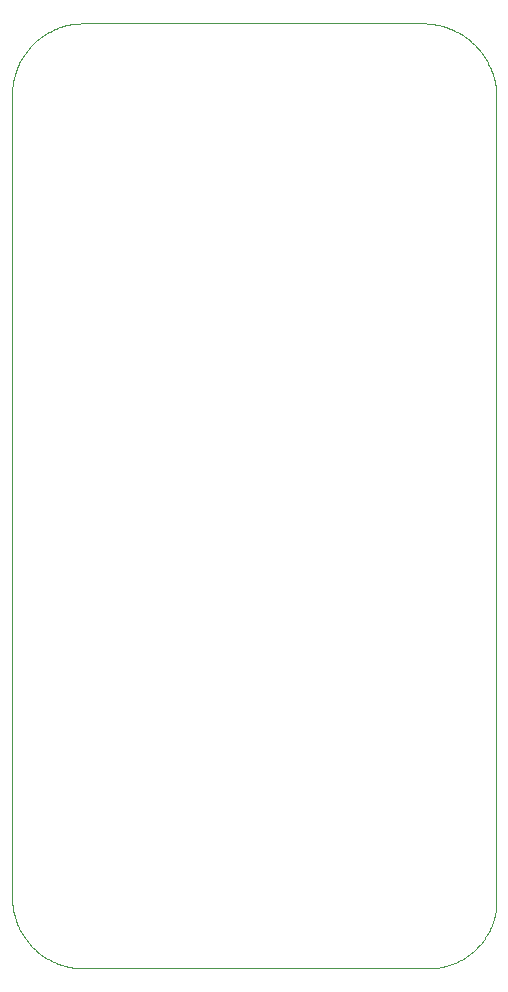
<source format=gbp>
G75*
%MOIN*%
%OFA0B0*%
%FSLAX25Y25*%
%IPPOS*%
%LPD*%
%AMOC8*
5,1,8,0,0,1.08239X$1,22.5*
%
%ADD10C,0.00000*%
D10*
X0001500Y0025122D02*
X0001500Y0292839D01*
X0001507Y0293410D01*
X0001528Y0293980D01*
X0001562Y0294550D01*
X0001610Y0295119D01*
X0001672Y0295686D01*
X0001748Y0296252D01*
X0001837Y0296816D01*
X0001940Y0297377D01*
X0002057Y0297936D01*
X0002186Y0298492D01*
X0002330Y0299045D01*
X0002486Y0299594D01*
X0002656Y0300139D01*
X0002839Y0300679D01*
X0003035Y0301215D01*
X0003244Y0301747D01*
X0003466Y0302273D01*
X0003700Y0302793D01*
X0003947Y0303308D01*
X0004206Y0303817D01*
X0004477Y0304319D01*
X0004761Y0304814D01*
X0005056Y0305303D01*
X0005363Y0305784D01*
X0005681Y0306258D01*
X0006011Y0306724D01*
X0006352Y0307181D01*
X0006705Y0307631D01*
X0007067Y0308071D01*
X0007441Y0308503D01*
X0007824Y0308926D01*
X0008218Y0309339D01*
X0008622Y0309743D01*
X0009035Y0310137D01*
X0009458Y0310520D01*
X0009890Y0310894D01*
X0010330Y0311256D01*
X0010780Y0311609D01*
X0011237Y0311950D01*
X0011703Y0312280D01*
X0012177Y0312598D01*
X0012658Y0312905D01*
X0013147Y0313200D01*
X0013642Y0313484D01*
X0014144Y0313755D01*
X0014653Y0314014D01*
X0015168Y0314261D01*
X0015688Y0314495D01*
X0016214Y0314717D01*
X0016746Y0314926D01*
X0017282Y0315122D01*
X0017822Y0315305D01*
X0018367Y0315475D01*
X0018916Y0315631D01*
X0019469Y0315775D01*
X0020025Y0315904D01*
X0020584Y0316021D01*
X0021145Y0316124D01*
X0021709Y0316213D01*
X0022275Y0316289D01*
X0022842Y0316351D01*
X0023411Y0316399D01*
X0023981Y0316433D01*
X0024551Y0316454D01*
X0025122Y0316461D01*
X0139295Y0316461D01*
X0139295Y0316460D02*
X0139890Y0316429D01*
X0140483Y0316384D01*
X0141075Y0316324D01*
X0141666Y0316250D01*
X0142254Y0316162D01*
X0142840Y0316060D01*
X0143424Y0315943D01*
X0144004Y0315813D01*
X0144582Y0315668D01*
X0145155Y0315510D01*
X0145725Y0315337D01*
X0146290Y0315151D01*
X0146851Y0314952D01*
X0147406Y0314739D01*
X0147957Y0314512D01*
X0148502Y0314273D01*
X0149040Y0314020D01*
X0149573Y0313754D01*
X0150099Y0313476D01*
X0150618Y0313184D01*
X0151129Y0312881D01*
X0151634Y0312565D01*
X0152130Y0312237D01*
X0152619Y0311897D01*
X0153099Y0311545D01*
X0153571Y0311182D01*
X0154033Y0310808D01*
X0154487Y0310423D01*
X0154930Y0310026D01*
X0155365Y0309619D01*
X0155789Y0309202D01*
X0156203Y0308775D01*
X0156607Y0308337D01*
X0157000Y0307891D01*
X0157382Y0307434D01*
X0157753Y0306969D01*
X0158112Y0306495D01*
X0158460Y0306012D01*
X0158796Y0305521D01*
X0159121Y0305022D01*
X0159433Y0304515D01*
X0159733Y0304001D01*
X0160020Y0303480D01*
X0160294Y0302952D01*
X0160556Y0302418D01*
X0160805Y0301877D01*
X0161041Y0301331D01*
X0161263Y0300779D01*
X0161472Y0300221D01*
X0161667Y0299659D01*
X0161849Y0299093D01*
X0162017Y0298522D01*
X0162171Y0297947D01*
X0162312Y0297369D01*
X0162438Y0296787D01*
X0162550Y0296203D01*
X0162648Y0295616D01*
X0162732Y0295026D01*
X0162801Y0294435D01*
X0162857Y0293843D01*
X0162897Y0293249D01*
X0162924Y0292655D01*
X0162936Y0292060D01*
X0162934Y0291465D01*
X0162917Y0290870D01*
X0162917Y0023154D01*
X0162918Y0023154D02*
X0162887Y0022607D01*
X0162844Y0022061D01*
X0162787Y0021517D01*
X0162717Y0020974D01*
X0162634Y0020432D01*
X0162538Y0019893D01*
X0162429Y0019357D01*
X0162307Y0018823D01*
X0162172Y0018292D01*
X0162024Y0017765D01*
X0161864Y0017241D01*
X0161691Y0016722D01*
X0161506Y0016207D01*
X0161308Y0015696D01*
X0161098Y0015190D01*
X0160875Y0014690D01*
X0160641Y0014195D01*
X0160395Y0013706D01*
X0160137Y0013223D01*
X0159867Y0012746D01*
X0159586Y0012276D01*
X0159294Y0011813D01*
X0158991Y0011357D01*
X0158676Y0010909D01*
X0158351Y0010468D01*
X0158016Y0010036D01*
X0157670Y0009611D01*
X0157314Y0009195D01*
X0156948Y0008788D01*
X0156572Y0008390D01*
X0156187Y0008001D01*
X0155792Y0007621D01*
X0155388Y0007251D01*
X0154976Y0006891D01*
X0154555Y0006541D01*
X0154125Y0006201D01*
X0153688Y0005872D01*
X0153243Y0005553D01*
X0152790Y0005245D01*
X0152330Y0004948D01*
X0151862Y0004663D01*
X0151388Y0004389D01*
X0150908Y0004126D01*
X0150421Y0003875D01*
X0149929Y0003636D01*
X0149430Y0003409D01*
X0148927Y0003194D01*
X0148418Y0002991D01*
X0147905Y0002800D01*
X0147387Y0002622D01*
X0146865Y0002457D01*
X0146339Y0002304D01*
X0145810Y0002164D01*
X0145277Y0002037D01*
X0144742Y0001923D01*
X0144204Y0001821D01*
X0143663Y0001733D01*
X0143121Y0001658D01*
X0142577Y0001596D01*
X0142032Y0001547D01*
X0141485Y0001511D01*
X0140938Y0001489D01*
X0140391Y0001479D01*
X0139843Y0001483D01*
X0139296Y0001500D01*
X0139295Y0001500D02*
X0025122Y0001500D01*
X0024551Y0001507D01*
X0023981Y0001528D01*
X0023411Y0001562D01*
X0022842Y0001610D01*
X0022275Y0001672D01*
X0021709Y0001748D01*
X0021145Y0001837D01*
X0020584Y0001940D01*
X0020025Y0002057D01*
X0019469Y0002186D01*
X0018916Y0002330D01*
X0018367Y0002486D01*
X0017822Y0002656D01*
X0017282Y0002839D01*
X0016746Y0003035D01*
X0016214Y0003244D01*
X0015688Y0003466D01*
X0015168Y0003700D01*
X0014653Y0003947D01*
X0014144Y0004206D01*
X0013642Y0004477D01*
X0013147Y0004761D01*
X0012658Y0005056D01*
X0012177Y0005363D01*
X0011703Y0005681D01*
X0011237Y0006011D01*
X0010780Y0006352D01*
X0010330Y0006705D01*
X0009890Y0007067D01*
X0009458Y0007441D01*
X0009035Y0007824D01*
X0008622Y0008218D01*
X0008218Y0008622D01*
X0007824Y0009035D01*
X0007441Y0009458D01*
X0007067Y0009890D01*
X0006705Y0010330D01*
X0006352Y0010780D01*
X0006011Y0011237D01*
X0005681Y0011703D01*
X0005363Y0012177D01*
X0005056Y0012658D01*
X0004761Y0013147D01*
X0004477Y0013642D01*
X0004206Y0014144D01*
X0003947Y0014653D01*
X0003700Y0015168D01*
X0003466Y0015688D01*
X0003244Y0016214D01*
X0003035Y0016746D01*
X0002839Y0017282D01*
X0002656Y0017822D01*
X0002486Y0018367D01*
X0002330Y0018916D01*
X0002186Y0019469D01*
X0002057Y0020025D01*
X0001940Y0020584D01*
X0001837Y0021145D01*
X0001748Y0021709D01*
X0001672Y0022275D01*
X0001610Y0022842D01*
X0001562Y0023411D01*
X0001528Y0023981D01*
X0001507Y0024551D01*
X0001500Y0025122D01*
M02*

</source>
